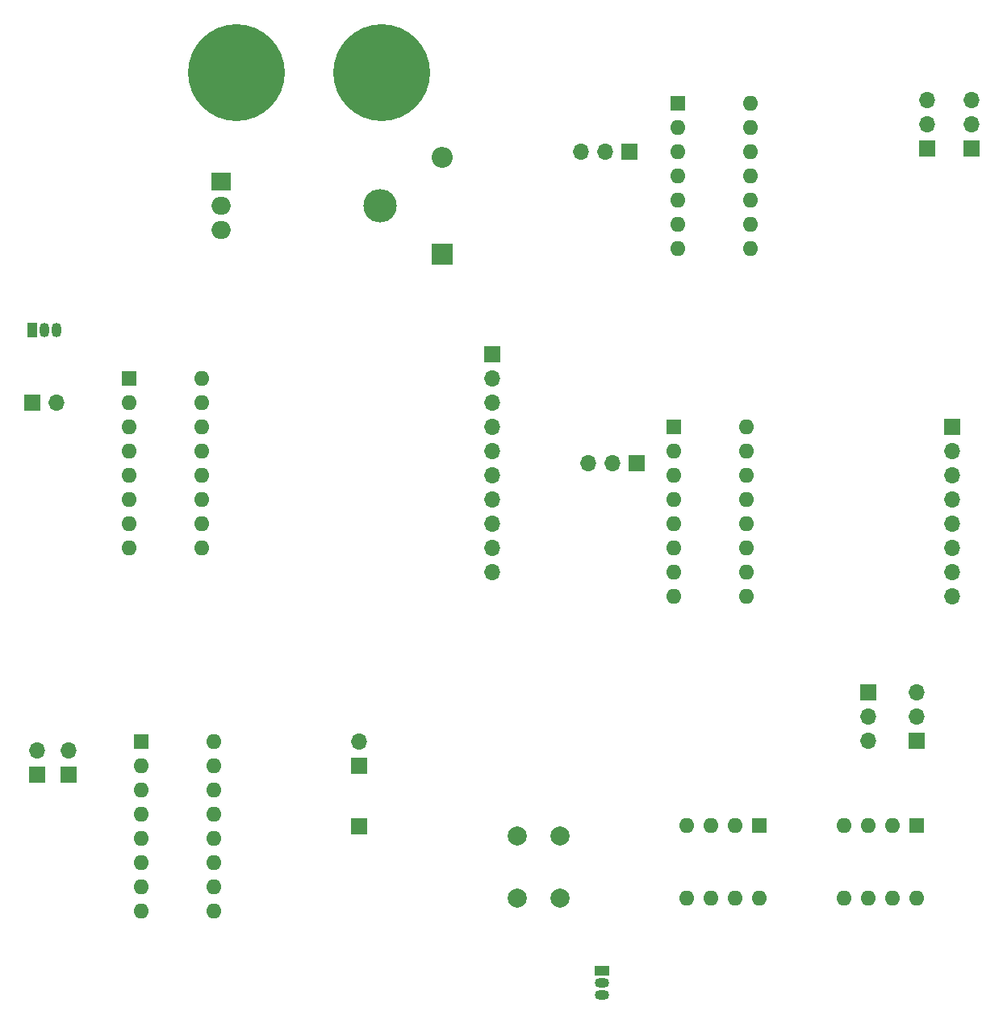
<source format=gbr>
%TF.GenerationSoftware,KiCad,Pcbnew,7.0.1*%
%TF.CreationDate,2023-04-17T00:19:10+03:00*%
%TF.ProjectId,exed,65786564-2e6b-4696-9361-645f70636258,rev?*%
%TF.SameCoordinates,Original*%
%TF.FileFunction,Soldermask,Bot*%
%TF.FilePolarity,Negative*%
%FSLAX46Y46*%
G04 Gerber Fmt 4.6, Leading zero omitted, Abs format (unit mm)*
G04 Created by KiCad (PCBNEW 7.0.1) date 2023-04-17 00:19:10*
%MOMM*%
%LPD*%
G01*
G04 APERTURE LIST*
%ADD10R,1.700000X1.700000*%
%ADD11O,1.700000X1.700000*%
%ADD12R,2.200000X2.200000*%
%ADD13O,2.200000X2.200000*%
%ADD14R,1.600000X1.600000*%
%ADD15O,1.600000X1.600000*%
%ADD16O,3.500000X3.500000*%
%ADD17R,2.000000X1.905000*%
%ADD18O,2.000000X1.905000*%
%ADD19R,1.500000X1.050000*%
%ADD20O,1.500000X1.050000*%
%ADD21R,1.050000X1.500000*%
%ADD22O,1.050000X1.500000*%
%ADD23C,10.160000*%
%ADD24C,2.000000*%
G04 APERTURE END LIST*
D10*
%TO.C,J12*%
X152905489Y-68580000D03*
D11*
X152905489Y-71120000D03*
X152905489Y-73660000D03*
X152905489Y-76200000D03*
X152905489Y-78740000D03*
X152905489Y-81280000D03*
X152905489Y-83820000D03*
X152905489Y-86360000D03*
X152905489Y-88900000D03*
X152905489Y-91440000D03*
%TD*%
D12*
%TO.C,D22*%
X147685000Y-58055000D03*
D13*
X147685000Y-47895000D03*
%TD*%
D10*
%TO.C,J11*%
X104655489Y-73675000D03*
D11*
X107195489Y-73675000D03*
%TD*%
D14*
%TO.C,U6*%
X114815489Y-71135000D03*
D15*
X114815489Y-73675000D03*
X114815489Y-76215000D03*
X114815489Y-78755000D03*
X114815489Y-81295000D03*
X114815489Y-83835000D03*
X114815489Y-86375000D03*
X114815489Y-88915000D03*
X122435489Y-88915000D03*
X122435489Y-86375000D03*
X122435489Y-83835000D03*
X122435489Y-81295000D03*
X122435489Y-78755000D03*
X122435489Y-76215000D03*
X122435489Y-73675000D03*
X122435489Y-71135000D03*
%TD*%
D16*
%TO.C,U1*%
X141145000Y-52975000D03*
D17*
X124485000Y-50435000D03*
D18*
X124485000Y-52975000D03*
X124485000Y-55515000D03*
%TD*%
D14*
%TO.C,U4*%
X171955489Y-76200000D03*
D15*
X171955489Y-78740000D03*
X171955489Y-81280000D03*
X171955489Y-83820000D03*
X171955489Y-86360000D03*
X171955489Y-88900000D03*
X171955489Y-91440000D03*
X171955489Y-93980000D03*
X179575489Y-93980000D03*
X179575489Y-91440000D03*
X179575489Y-88900000D03*
X179575489Y-86360000D03*
X179575489Y-83820000D03*
X179575489Y-81280000D03*
X179575489Y-78740000D03*
X179575489Y-76200000D03*
%TD*%
D10*
%TO.C,J4*%
X167336890Y-47318291D03*
D11*
X164796890Y-47318291D03*
X162256890Y-47318291D03*
%TD*%
D10*
%TO.C,J7*%
X192415000Y-104000489D03*
D11*
X192415000Y-106540489D03*
X192415000Y-109080489D03*
%TD*%
D10*
%TO.C,J3*%
X168130489Y-79995000D03*
D11*
X165590489Y-79995000D03*
X163050489Y-79995000D03*
%TD*%
D14*
%TO.C,U7*%
X116075489Y-109220000D03*
D15*
X116075489Y-111760000D03*
X116075489Y-114300000D03*
X116075489Y-116840000D03*
X116075489Y-119380000D03*
X116075489Y-121920000D03*
X116075489Y-124460000D03*
X116075489Y-127000000D03*
X123695489Y-127000000D03*
X123695489Y-124460000D03*
X123695489Y-121920000D03*
X123695489Y-119380000D03*
X123695489Y-116840000D03*
X123695489Y-114300000D03*
X123695489Y-111760000D03*
X123695489Y-109220000D03*
%TD*%
D14*
%TO.C,U5*%
X197485000Y-117980489D03*
D15*
X194945000Y-117980489D03*
X192405000Y-117980489D03*
X189865000Y-117980489D03*
X189865000Y-125600489D03*
X192405000Y-125600489D03*
X194945000Y-125600489D03*
X197485000Y-125600489D03*
%TD*%
D19*
%TO.C,Q1*%
X164475000Y-133210489D03*
D20*
X164475000Y-134480489D03*
X164475000Y-135750489D03*
%TD*%
D21*
%TO.C,Q2*%
X104655489Y-66055000D03*
D22*
X105925489Y-66055000D03*
X107195489Y-66055000D03*
%TD*%
D10*
%TO.C,J14*%
X138935489Y-118110000D03*
%TD*%
%TO.C,J8*%
X197495000Y-109080489D03*
D11*
X197495000Y-106540489D03*
X197495000Y-104000489D03*
%TD*%
D10*
%TO.C,J15*%
X203200000Y-46990000D03*
D11*
X203200000Y-44450000D03*
X203200000Y-41910000D03*
%TD*%
D23*
%TO.C,J2*%
X126095000Y-39005000D03*
%TD*%
%TO.C,J1*%
X141335000Y-39005000D03*
%TD*%
D10*
%TO.C,J6*%
X201165489Y-76200000D03*
D11*
X201165489Y-78740000D03*
X201165489Y-81280000D03*
X201165489Y-83820000D03*
X201165489Y-86360000D03*
X201165489Y-88900000D03*
X201165489Y-91440000D03*
X201165489Y-93980000D03*
%TD*%
D10*
%TO.C,J10*%
X108455489Y-112649000D03*
D11*
X108455489Y-110109000D03*
%TD*%
%TO.C,J5*%
X198550000Y-41910000D03*
X198550000Y-44450000D03*
D10*
X198550000Y-46990000D03*
%TD*%
D14*
%TO.C,U2*%
X180975000Y-117980489D03*
D15*
X178435000Y-117980489D03*
X175895000Y-117980489D03*
X173355000Y-117980489D03*
X173355000Y-125600489D03*
X175895000Y-125600489D03*
X178435000Y-125600489D03*
X180975000Y-125600489D03*
%TD*%
D24*
%TO.C,SW1*%
X155585000Y-125590489D03*
X155585000Y-119090489D03*
X160085000Y-125590489D03*
X160085000Y-119090489D03*
%TD*%
D14*
%TO.C,U3*%
X172416890Y-42238291D03*
D15*
X172416890Y-44778291D03*
X172416890Y-47318291D03*
X172416890Y-49858291D03*
X172416890Y-52398291D03*
X172416890Y-54938291D03*
X172416890Y-57478291D03*
X180036890Y-57478291D03*
X180036890Y-54938291D03*
X180036890Y-52398291D03*
X180036890Y-49858291D03*
X180036890Y-47318291D03*
X180036890Y-44778291D03*
X180036890Y-42238291D03*
%TD*%
D10*
%TO.C,J9*%
X105156000Y-112654000D03*
D11*
X105156000Y-110114000D03*
%TD*%
D10*
%TO.C,J13*%
X138935489Y-111760000D03*
D11*
X138935489Y-109220000D03*
%TD*%
M02*

</source>
